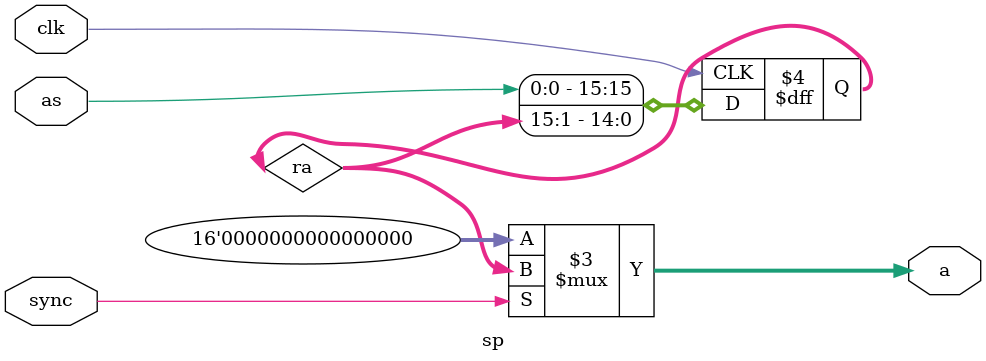
<source format=v>
module sp(input wire as,
	  input wire 	    sync,
	  input wire 	    clk,
	  output wire [15:0] a);
  
   reg 	              [15:0] ra;
   
   always  @(posedge clk)
     ra <= {as, ra[15:1]};

   assign a  = sync ? ra : 8'b0;
     
  endmodule

</source>
